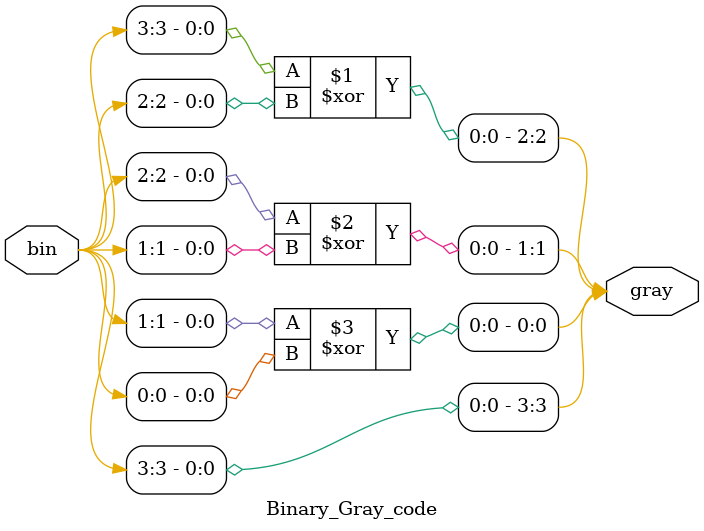
<source format=v>

 module Binary_Gray_code(bin,gray);
 input[3:0]bin;
 output[3:0]gray;
 assign gray[3]=bin[3];
 assign gray[2]=bin[3]^bin[2];
 assign gray[1]=bin[2]^bin[1];
 assign gray[0]=bin[1]^bin[0];
 endmodule

</source>
